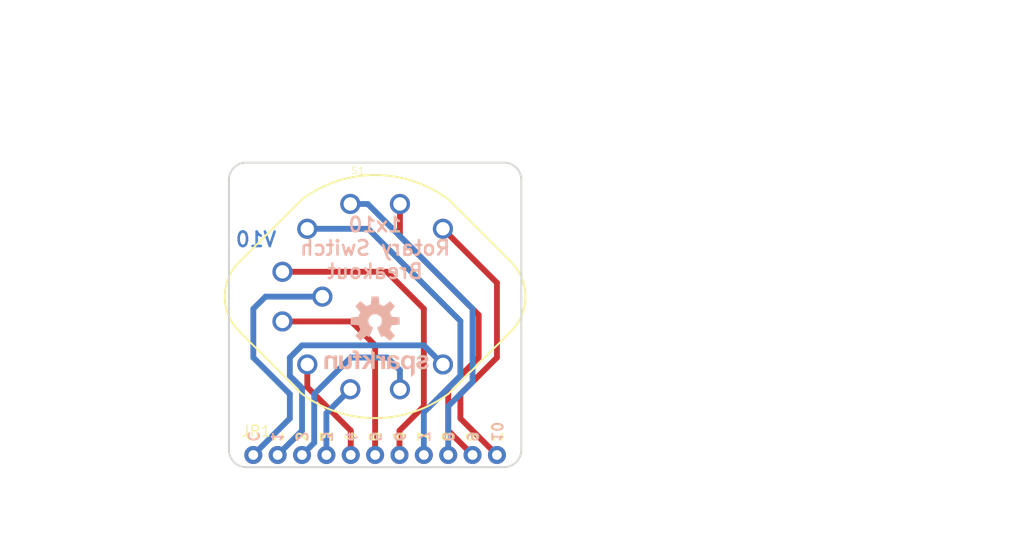
<source format=kicad_pcb>
(kicad_pcb (version 20211014) (generator pcbnew)
  (layers (0 "F.Cu" signal) (31 "B.Cu" signal) (34 "B.Paste" user) (35 "F.Paste" user) (36 "B.SilkS" user "B.Silkscreen") (37 "F.SilkS" user "F.Silkscreen") (38 "B.Mask" user) (39 "F.Mask" user) (44 "Edge.Cuts" user))
  (net 0 "")
  (net 1 "N$1")
  (net 2 "N$2")
  (net 3 "N$3")
  (net 4 "N$4")
  (net 5 "N$5")
  (net 6 "N$6")
  (net 7 "N$7")
  (net 8 "N$8")
  (net 9 "N$9")
  (net 10 "N$10")
  (net 11 "N$11")
  (footprint "boardEagle:ROTARY_SWITCH_1X10_KIT" (layer "F.Cu") (at 148.5011 103.0986 -90)
    (fp_text reference "S1" (at -12.7 2.54) (layer "F.SilkS") (effects (font (size 0.747776 0.747776) (thickness 0.065024)) (justify left bottom)))
    (fp_text value "1x10")
    (fp_line (start 10.16 -7.62) (end 10.520115 -7.079828) (layer "F.SilkS") (width 0.2032))
    (fp_line (start -10.16 -7.62) (end -10.543537 -7.044693) (layer "F.SilkS") (width 0.2032))
    (fp_line (start -10.543537 7.044693) (end -10.16 7.62) (layer "F.SilkS") (width 0.2032))
    (fp_line (start -10.16 -7.62) (end -3.592103 -14.187896) (layer "F.SilkS") (width 0.2032))
    (fp_line (start -3.592103 14.187896) (end -10.16 7.62) (layer "F.SilkS") (width 0.2032))
    (fp_line (start 10.520115 7.079828) (end 10.16 7.62) (layer "F.SilkS") (width 0.2032))
    (fp_line (start 10.16 7.62) (end 3.592103 14.187896) (layer "F.SilkS") (width 0.2032))
    (fp_line (start 3.592103 -14.187896) (end 10.16 -7.62) (layer "F.SilkS") (width 0.2032))
    (fp_arc (start -10.543537 7.044693) (mid -12.676499 0) (end -10.543537 -7.044693) (layer "F.SilkS") (width 0.2032))
    (fp_arc (start 10.520115 -7.079828) (mid 12.663715 0) (end 10.520115 7.079828) (layer "F.SilkS") (width 0.2032))
    (fp_arc (start -3.592103 -14.187896) (mid 0 -15.675794) (end 3.592103 -14.187896) (layer "F.SilkS") (width 0.2032))
    (fp_arc (start 3.592103 14.187896) (mid 0 15.675794) (end -3.592103 14.187896) (layer "F.SilkS") (width 0.2032))
    (pad "1" thru_hole circle (at 7.071068 -7.071068 270) (size 2.1 2.1) (drill 1.4) (layers *.Cu) (net 2 "N$2"))
    (pad "2" thru_hole circle (at 9.659259 -2.58819 270) (size 2.1 2.1) (drill 1.4) (layers *.Cu) (net 3 "N$3"))
    (pad "3" thru_hole circle (at 9.659259 2.58819 270) (size 2.1 2.1) (drill 1.4) (layers *.Cu) (net 4 "N$4"))
    (pad "4" thru_hole circle (at 7.071068 7.071068 270) (size 2.1 2.1) (drill 1.4) (layers *.Cu) (net 5 "N$5"))
    (pad "5" thru_hole circle (at 2.58819 9.659259 270) (size 2.1 2.1) (drill 1.4) (layers *.Cu) (net 6 "N$6"))
    (pad "6" thru_hole circle (at -2.58819 9.659259 270) (size 2.1 2.1) (drill 1.4) (layers *.Cu) (net 7 "N$7"))
    (pad "7" thru_hole circle (at -7.071068 7.071068 270) (size 2.1 2.1) (drill 1.4) (layers *.Cu) (net 8 "N$8"))
    (pad "8" thru_hole circle (at -9.659259 2.58819 270) (size 2.1 2.1) (drill 1.4) (layers *.Cu) (net 9 "N$9"))
    (pad "9" thru_hole circle (at -9.659259 -2.58819 270) (size 2.1 2.1) (drill 1.4) (layers *.Cu) (net 10 "N$10"))
    (pad "10" thru_hole circle (at -7.071068 -7.071068 270) (size 2.1 2.1) (drill 1.4) (layers *.Cu) (net 11 "N$11"))
    (pad "COMMON" thru_hole circle (at 0 5.5 270) (size 2.1 2.1) (drill 1.4) (layers *.Cu) (net 1 "N$1"))
  )
  (footprint "boardEagle:1X11_NO_SILK" (layer "F.Cu") (at 135.8011 119.6086)
    (fp_text reference "JP1" (at -1.3462 -1.8288) (layer "F.SilkS") (effects (font (size 1.143 1.143) (thickness 0.127)) (justify left bottom)))
    (fp_text value "M111X11_NO_SILK")
    (pad "1" thru_hole circle (at 0 0 90) (size 1.8796 1.8796) (drill 1.016) (layers *.Cu *.Mask) (net 1 "N$1"))
    (pad "2" thru_hole circle (at 2.54 0 90) (size 1.8796 1.8796) (drill 1.016) (layers *.Cu *.Mask) (net 2 "N$2"))
    (pad "3" thru_hole circle (at 5.08 0 90) (size 1.8796 1.8796) (drill 1.016) (layers *.Cu *.Mask) (net 3 "N$3"))
    (pad "4" thru_hole circle (at 7.62 0 90) (size 1.8796 1.8796) (drill 1.016) (layers *.Cu *.Mask) (net 4 "N$4"))
    (pad "5" thru_hole circle (at 10.16 0 90) (size 1.8796 1.8796) (drill 1.016) (layers *.Cu *.Mask) (net 5 "N$5"))
    (pad "6" thru_hole circle (at 12.7 0 90) (size 1.8796 1.8796) (drill 1.016) (layers *.Cu *.Mask) (net 6 "N$6"))
    (pad "7" thru_hole circle (at 15.24 0 90) (size 1.8796 1.8796) (drill 1.016) (layers *.Cu *.Mask) (net 7 "N$7"))
    (pad "8" thru_hole circle (at 17.78 0 90) (size 1.8796 1.8796) (drill 1.016) (layers *.Cu *.Mask) (net 8 "N$8"))
    (pad "9" thru_hole circle (at 20.32 0 90) (size 1.8796 1.8796) (drill 1.016) (layers *.Cu *.Mask) (net 9 "N$9"))
    (pad "10" thru_hole circle (at 22.86 0 90) (size 1.8796 1.8796) (drill 1.016) (layers *.Cu *.Mask) (net 10 "N$10"))
    (pad "11" thru_hole circle (at 25.4 0 90) (size 1.8796 1.8796) (drill 1.016) (layers *.Cu *.Mask) (net 11 "N$11"))
  )
  (footprint "boardEagle:STAND-OFF" (layer "F.Cu") (at 135.8011 114.5286)
    (fp_text reference "STANDOFF3" hide)
    (fp_text value "STAND-OFF" hide)
    (pad "" np_thru_hole circle (at 0 0) (size 3.302 3.302) (drill 3.302) (layers *.Cu *.Mask))
  )
  (footprint "boardEagle:STAND-OFF" (layer "F.Cu") (at 161.2011 114.5286)
    (fp_text reference "STANDOFF4" hide)
    (fp_text value "STAND-OFF" hide)
    (pad "" np_thru_hole circle (at 0 0) (size 3.302 3.302) (drill 3.302) (layers *.Cu *.Mask))
  )
  (footprint "boardEagle:STAND-OFF" (layer "F.Cu") (at 135.8011 91.6686)
    (fp_text reference "STANDOFF1" hide)
    (fp_text value "STAND-OFF" hide)
    (pad "" np_thru_hole circle (at 0 0) (size 3.302 3.302) (drill 3.302) (layers *.Cu *.Mask))
  )
  (footprint "boardEagle:CREATIVE_COMMONS" (layer "F.Cu") (at 133.2611 128.4986)
    (fp_text reference "FRAME1" hide)
    (fp_text value "FRAME-LETTER" hide)
  )
  (footprint "boardEagle:STAND-OFF" (layer "F.Cu") (at 161.2011 91.6686)
    (fp_text reference "STANDOFF2" hide)
    (fp_text value "STAND-OFF" hide)
    (pad "" np_thru_hole circle (at 0 0) (size 3.302 3.302) (drill 3.302) (layers *.Cu *.Mask))
  )
  (footprint "boardEagle:SFE_LOGO_NAME_.1" (layer "B.Cu") (at 154.5971 111.9886 180)
    (fp_text reference "LOGO3" hide)
    (fp_text value "SFE_LOGO_NAME.1_INCH" hide)
    (fp_poly (pts (xy 4.39 2.78) (xy 4.44 2.78) (xy 4.49 2.77) (xy 4.55 2.75) (xy 4.59 2.74) (xy 4.64 2.72) (xy 4.68 2.7) (xy 4.72 2.67) (xy 4.79 2.6) (xy 4.81 2.55) (xy 4.83 2.51) (xy 4.85 2.39) (xy 4.85 1.49) (xy 4.86 1.47) (xy 4.86 1.43) (xy 4.87 1.41) (xy 4.87 1.4) (xy 4.88 1.38) (xy 4.88 1.37) (xy 4.89 1.35) (xy 4.89 1.34) (xy 4.5 1.34) (xy 4.5 1.36) (xy 4.49 1.37) (xy 4.49 1.38) (xy 4.48 1.39) (xy 4.48 1.45) (xy 4.47 1.46) (xy 4.47 1.48) (xy 4.45 1.46) (xy 4.43 1.43) (xy 4.4 1.41) (xy 4.37 1.4) (xy 4.34 1.38) (xy 4.32 1.37) (xy 4.29 1.35) (xy 4.26 1.34) (xy 4.22 1.33) (xy 4.19 1.32) (xy 4.16 1.32) (xy 4.13 1.31) (xy 4.06 1.31) (xy 4.03 1.3) (xy 3.95 1.3) (xy 3.9 1.31) (xy 3.85 1.31) (xy 3.81 1.33) (xy 3.77 1.34) (xy 3.69 1.38) (xy 3.66 1.4) (xy 3.6 1.46) (xy 3.57 1.5) (xy 3.55 1.54) (xy 3.53 1.62) (xy 3.52 1.67) (xy 3.52 1.72) (xy 3.53 1.83) (xy 3.56 1.92) (xy 3.61 1.99) (xy 3.67 2.05) (xy 3.74 2.09) (xy 3.82 2.12) (xy 3.91 2.14) (xy 3.99 2.15) (xy 4.07 1.94) (xy 3.97 1.89) (xy 3.93 1.85) (xy 3.91 1.81) (xy 3.91 1.77) (xy 3.9 1.74) (xy 3.91 1.72) (xy 3.91 1.7) (xy 3.92 1.67) (xy 3.92 1.66) (xy 3.93 1.64) (xy 3.96 1.61) (xy 3.98 1.6) (xy 3.99 1.59) (xy 4.01 1.58) (xy 4.03 1.58) (xy 4.05 1.57) (xy 4.2 1.57) (xy 4.32 1.6) (xy 4.35 1.62) (xy 4.4 1.67) (xy 4.41 1.7) (xy 4.43 1.72) (xy 4.44 1.75) (xy 4.44 1.78) (xy 4.45 1.8) (xy 4.45 1.83) (xy 4.46 1.85) (xy 4.46 2.04) (xy 4.44 2.03) (xy 4.43 2.02) (xy 4.41 2.01) (xy 4.4 2) (xy 4.38 2) (xy 4.34 1.98) (xy 4.29 1.98) (xy 4.25 2.19) (xy 4.32 2.2) (xy 4.38 2.22) (xy 4.42 2.25) (xy 4.45 2.29) (xy 4.46 2.34) (xy 4.46 2.37) (xy 4.45 2.4) (xy 4.45 2.42) (xy 4.43 2.46) (xy 4.4 2.49) (xy 4.34 2.52) (xy 4.32 2.52) (xy 4.3 2.53) (xy 4.23 2.53) (xy 4.21 2.54) (xy 4.18 2.53) (xy 4.13 2.53) (xy 4.1 2.52) (xy 4.08 2.52) (xy 4.04 2.5) (xy 3.98 2.44) (xy 3.96 2.4) (xy 3.96 2.37) (xy 3.95 2.35) (xy 3.95 2.32) (xy 3.56 2.32) (xy 3.57 2.39) (xy 3.58 2.44) (xy 3.6 2.5) (xy 3.63 2.55) (xy 3.66 2.59) (xy 3.7 2.63) (xy 3.78 2.69) (xy 3.83 2.72) (xy 3.93 2.76) (xy 4.11 2.79) (xy 4.33 2.79)) (layer "B.SilkS") (width 0) (fill solid))
    (fp_poly (pts (xy 4.29 1.98) (xy 4.27 1.97) (xy 4.23 1.97) (xy 4.2 1.96) (xy 4.16 1.96) (xy 4.13 1.95) (xy 4.11 1.95) (xy 4.09 1.94) (xy 4.07 1.94) (xy 3.99 2.15) (xy 4.08 2.17) (xy 4.17 2.18) (xy 4.25 2.19)) (layer "B.SilkS") (width 0) (fill solid))
    (fp_poly (pts (xy 1.37 2.78) (xy 1.47 2.75) (xy 1.56 2.7) (xy 1.64 2.64) (xy 1.71 2.56) (xy 1.75 2.46) (xy 1.77 2.35) (xy 1.4 2.35) (xy 1.39 2.4) (xy 1.38 2.44) (xy 1.32 2.5) (xy 1.28 2.52) (xy 1.24 2.53) (xy 1.19 2.54) (xy 1.1 2.54) (xy 1.07 2.53) (xy 1.03 2.53) (xy 1 2.52) (xy 0.94 2.48) (xy 0.93 2.45) (xy 0.92 2.41) (xy 0.93 2.36) (xy 0.96 2.32) (xy 1 2.29) (xy 1.06 2.27) (xy 1.2 2.23) (xy 1.28 2.22) (xy 1.36 2.2) (xy 1.45 2.18) (xy 1.53 2.15) (xy 1.6 2.12) (xy 1.67 2.08) (xy 1.73 2.03) (xy 1.77 1.97) (xy 1.8 1.89) (xy 1.81 1.8) (xy 1.8 1.67) (xy 1.75 1.57) (xy 1.69 1.48) (xy 1.61 1.42) (xy 1.51 1.37) (xy 1.4 1.33) (xy 1.28 1.31) (xy 1.04 1.31) (xy 0.92 1.33) (xy 0.81 1.37) (xy 0.71 1.42) (xy 0.63 1.48) (xy 0.56 1.57) (xy 0.52 1.68) (xy 0.5 1.8) (xy 0.87 1.8) (xy 0.88 1.74) (xy 0.9 1.7) (xy 0.92 1.65) (xy 0.96 1.62) (xy 1.06 1.58) (xy 1.11 1.57) (xy 1.17 1.56) (xy 1.21 1.57) (xy 1.25 1.57) (xy 1.3 1.59) (xy 1.34 1.6) (xy 1.4 1.66) (xy 1.42 1.7) (xy 1.42 1.75) (xy 1.41 1.79) (xy 1.39 1.82) (xy 1.36 1.85) (xy 1.31 1.88) (xy 1.17 1.92) (xy 1.08 1.94) (xy 0.98 1.96) (xy 0.9 1.99) (xy 0.82 2.01) (xy 0.74 2.04) (xy 0.67 2.08) (xy 0.57 2.18) (xy 0.54 2.26) (xy 0.53 2.34) (xy 0.55 2.47) (xy 0.59 2.57) (xy 0.65 2.64) (xy 0.73 2.7) (xy 0.82 2.75) (xy 0.92 2.78) (xy 1.03 2.79) (xy 1.15 2.8)) (layer "B.SilkS") (width 0) (fill solid))
    (fp_poly (pts (xy 11.01 2.78) (xy 11.13 2.75) (xy 11.22 2.7) (xy 11.28 2.64) (xy 11.33 2.55) (xy 11.37 2.45) (xy 11.38 2.34) (xy 11.39 2.21) (xy 11.39 1.34) (xy 11 1.34) (xy 11 2.22) (xy 10.99 2.29) (xy 10.97 2.35) (xy 10.94 2.4) (xy 10.91 2.44) (xy 10.87 2.47) (xy 10.75 2.49) (xy 10.61 2.47) (xy 10.56 2.44) (xy 10.52 2.39) (xy 10.49 2.34) (xy 10.47 2.27) (xy 10.45 2.18) (xy 10.45 1.34) (xy 10.06 1.34) (xy 10.06 2.58) (xy 10.07 2.76) (xy 10.43 2.76) (xy 10.43 2.56) (xy 10.44 2.56) (xy 10.48 2.62) (xy 10.52 2.67) (xy 10.58 2.71) (xy 10.63 2.74) (xy 10.75 2.78) (xy 10.87 2.8)) (layer "B.SilkS") (width 0) (fill solid))
    (fp_poly (pts (xy 6.51 2.25) (xy 7 2.76) (xy 7.46 2.76) (xy 6.93 2.24) (xy 7.52 1.34) (xy 7.05 1.34) (xy 6.66 1.98) (xy 6.51 1.83) (xy 6.51 1.34) (xy 6.13 1.34) (xy 6.13 3.08) (xy 6.51 3.3)) (layer "B.SilkS") (width 0) (fill solid))
    (fp_poly (pts (xy 8.92 1.88) (xy 8.93 1.81) (xy 8.95 1.75) (xy 8.97 1.7) (xy 9.01 1.66) (xy 9.05 1.63) (xy 9.1 1.62) (xy 9.17 1.61) (xy 9.24 1.62) (xy 9.3 1.63) (xy 9.35 1.66) (xy 9.4 1.71) (xy 9.43 1.76) (xy 9.45 1.83) (xy 9.46 1.92) (xy 9.47 2.02) (xy 9.47 2.76) (xy 9.85 2.76) (xy 9.85 1.34) (xy 9.48 1.34) (xy 9.48 1.54) (xy 9.44 1.48) (xy 9.39 1.44) (xy 9.34 1.39) (xy 9.29 1.36) (xy 9.17 1.32) (xy 9.11 1.31) (xy 9.04 1.3) (xy 8.9 1.32) (xy 8.79 1.35) (xy 8.7 1.4) (xy 8.63 1.46) (xy 8.58 1.55) (xy 8.55 1.65) (xy 8.53 1.76) (xy 8.53 2.76) (xy 8.92 2.76)) (layer "B.SilkS") (width 0) (fill solid))
    (fp_poly (pts (xy 3.4 2.04) (xy 3.39 1.9) (xy 3.37 1.76) (xy 3.32 1.64) (xy 2.98 1.8) (xy 3 1.88) (xy 3.01 1.96) (xy 3.02 2.05)) (layer "B.SilkS") (width 0) (fill solid))
    (fp_poly (pts (xy 5.97 2.78) (xy 5.97 2.42) (xy 5.96 2.42) (xy 5.94 2.43) (xy 5.83 2.43) (xy 5.73 2.42) (xy 5.65 2.4) (xy 5.59 2.36) (xy 5.53 2.3) (xy 5.47 2.16) (xy 5.45 2.07) (xy 5.45 1.34) (xy 5.06 1.34) (xy 5.06 2.69) (xy 5.16 2.71) (xy 5.2 2.72) (xy 5.25 2.72) (xy 5.3 2.73) (xy 5.34 2.74) (xy 5.39 2.75) (xy 5.43 2.76) (xy 5.43 2.49) (xy 5.44 2.49) (xy 5.47 2.56) (xy 5.51 2.62) (xy 5.56 2.67) (xy 5.68 2.75) (xy 5.82 2.79) (xy 5.96 2.79)) (layer "B.SilkS") (width 0) (fill solid))
    (fp_poly (pts (xy 8.34 3.29) (xy 8.44 3.29) (xy 8.44 3) (xy 8.26 3) (xy 8.2 2.98) (xy 8.18 2.97) (xy 8.17 2.94) (xy 8.16 2.92) (xy 8.15 2.88) (xy 8.15 2.76) (xy 8.42 2.76) (xy 8.42 2.5) (xy 8.15 2.5) (xy 8.15 1.34) (xy 7.76 1.34) (xy 7.76 2.5) (xy 7.38 2.5) (xy 7.44 2.56) (xy 7.48 2.59) (xy 7.51 2.63) (xy 7.57 2.69) (xy 7.61 2.72) (xy 7.64 2.76) (xy 7.76 2.76) (xy 7.76 2.87) (xy 7.77 2.96) (xy 7.79 3.04) (xy 7.83 3.11) (xy 7.88 3.17) (xy 7.94 3.23) (xy 8.02 3.26) (xy 8.12 3.29) (xy 8.23 3.3) (xy 8.31 3.3)) (layer "B.SilkS") (width 0) (fill solid))
    (fp_poly (pts (xy 2.92 2.78) (xy 3.05 2.73) (xy 3.16 2.66) (xy 3.25 2.57) (xy 3.32 2.45) (xy 3.37 2.32) (xy 3.4 2.18) (xy 3.4 2.04) (xy 3.02 2.05) (xy 3 2.21) (xy 2.97 2.29) (xy 2.94 2.36) (xy 2.89 2.42) (xy 2.83 2.46) (xy 2.76 2.49) (xy 2.68 2.5) (xy 2.59 2.49) (xy 2.52 2.46) (xy 2.46 2.42) (xy 2.41 2.36) (xy 2.38 2.29) (xy 2.34 2.13) (xy 2.34 1.96) (xy 2.38 1.8) (xy 2.46 1.68) (xy 2.52 1.64) (xy 2.59 1.61) (xy 2.68 1.6) (xy 2.77 1.61) (xy 2.84 1.64) (xy 2.9 1.68) (xy 2.98 1.8) (xy 3.32 1.64) (xy 3.25 1.53) (xy 3.16 1.44) (xy 3.06 1.37) (xy 2.93 1.32) (xy 2.78 1.31) (xy 2.72 1.31) (xy 2.66 1.32) (xy 2.54 1.36) (xy 2.49 1.39) (xy 2.44 1.43) (xy 2.4 1.47) (xy 2.36 1.52) (xy 2.36 0.5) (xy 2.31 0.54) (xy 2.26 0.59) (xy 2.16 0.67) (xy 2.07 0.76) (xy 2.02 0.8) (xy 1.97 0.85) (xy 1.97 2.69) (xy 2.02 2.7) (xy 2.06 2.71) (xy 2.11 2.72) (xy 2.15 2.72) (xy 2.25 2.74) (xy 2.29 2.75) (xy 2.34 2.76) (xy 2.34 2.58) (xy 2.42 2.68) (xy 2.52 2.74) (xy 2.58 2.77) (xy 2.76 2.8)) (layer "B.SilkS") (width 0) (fill solid))
  )
  (footprint "boardEagle:OSHW-LOGO-M" (layer "B.Cu") (at 148.5011 105.6386 180)
    (fp_text reference "LOGO1" hide)
    (fp_text value "OSHW-LOGOM" hide)
    (fp_poly (pts (xy 0.456253 1.731155) (xy 0.686517 1.657461) (xy 0.90147 1.546765) (xy 1.544319 2.070947) (xy 2.070947 1.544319) (xy 1.546765 0.90147) (xy 1.657461 0.686517) (xy 1.731155 0.456253) (xy 2.5564 0.372471) (xy 2.5564 -0.372471) (xy 1.726849 -0.456691) (xy 1.54403 -0.898116) (xy 2.070947 -1.544319) (xy 1.544319 -2.070947) (xy 0.901485 -1.546777) (xy 0.619704 -1.692011) (xy 0.20689 -0.695413) (xy 0.531536 -0.463602) (xy 0.620727 -0.335903) (xy 0.680465 -0.187343) (xy 0.705181 -0.029147) (xy 0.693603 0.130552) (xy 0.646327 0.283537) (xy 0.56579 0.421919) (xy 0.456131 0.538592) (xy 0.322994 0.627547) (xy 0.173234 0.684204) (xy 0.014564 0.705647) (xy -0.144865 0.690774) (xy -0.296837 0.64035) (xy -0.433527 0.556972) (xy -0.547914 0.444923) (xy -0.634099 0.309982) (xy -0.68765 0.159084) (xy -0.705283 0.004638) (xy -0.626355 -0.324166) (xy -0.536691 -0.458355) (xy -0.414859 -0.570967) (xy -0.204203 -0.688924) (xy -0.618435 -1.688948) (xy -0.821394 -1.594769) (xy -0.90323 -1.5482) (xy -1.544319 -2.070947) (xy -2.070947 -1.544319) (xy -1.54403 -0.898116) (xy -1.726849 -0.456691) (xy -2.5564 -0.372471) (xy -2.5564 0.372471) (xy -1.726849 0.456691) (xy -1.54403 0.898116) (xy -2.070947 1.544319) (xy -1.544319 2.070947) (xy -0.90147 1.546765) (xy -0.686517 1.657461) (xy -0.456253 1.731155) (xy -0.372471 2.5564) (xy 0.372471 2.5564)) (layer "B.SilkS") (width 0) (fill solid))
  )
  (gr_line (start 163.7411 119.08255) (end 163.7411 90.92465) (layer "Edge.Cuts") (width 0.2032))
  (gr_line (start 161.94505 89.1286) (end 135.05715 89.1286) (layer "Edge.Cuts") (width 0.2032))
  (gr_arc (start 133.2611 90.92465) (mid 133.787151 89.654651) (end 135.05715 89.1286) (layer "Edge.Cuts") (width 0.2032))
  (gr_arc (start 135.05715 120.8786) (mid 133.787151 120.352549) (end 133.2611 119.08255) (layer "Edge.Cuts") (width 0.2032))
  (gr_arc (start 161.94505 89.1286) (mid 163.215049 89.654651) (end 163.7411 90.92465) (layer "Edge.Cuts") (width 0.2032))
  (gr_line (start 135.05715 120.8786) (end 161.94505 120.8786) (layer "Edge.Cuts") (width 0.2032))
  (gr_line (start 133.2611 119.08255) (end 133.2611 90.92465) (layer "Edge.Cuts") (width 0.2032))
  (gr_arc (start 163.7411 119.08255) (mid 163.215049 120.352549) (end 161.94505 120.8786) (layer "Edge.Cuts") (width 0.2032))
  (gr_text "V10" (at 138.3411 98.0186) (layer "B.Cu") (effects (font (size 1.5113 1.5113) (thickness 0.2667)) (justify left bottom mirror)))
  (gr_text "5" (at 148.5011 118.3386 -90) (layer "B.SilkS") (effects (font (size 1.0795 1.0795) (thickness 0.1905)) (justify left mirror)))
  (gr_text "6" (at 151.0411 118.3386 -90) (layer "B.SilkS") (effects (font (size 1.0795 1.0795) (thickness 0.1905)) (justify left mirror)))
  (gr_text "8" (at 156.1211 118.3386 -90) (layer "B.SilkS") (effects (font (size 1.0795 1.0795) (thickness 0.1905)) (justify left mirror)))
  (gr_text "1x10\nRotary Switch\nBreakout" (at 148.5011 94.7166) (layer "B.SilkS") (effects (font (size 1.5113 1.5113) (thickness 0.2667)) (justify top mirror)))
  (gr_text "9" (at 158.6611 118.3386 -90) (layer "B.SilkS") (effects (font (size 1.0795 1.0795) (thickness 0.1905)) (justify left mirror)))
  (gr_text "4" (at 145.9611 118.3386 -90) (layer "B.SilkS") (effects (font (size 1.0795 1.0795) (thickness 0.1905)) (justify left mirror)))
  (gr_text "C" (at 135.8011 118.3386 -90) (layer "B.SilkS") (effects (font (size 1.0795 1.0795) (thickness 0.1905)) (justify left mirror)))
  (gr_text "3" (at 143.4211 118.3386 -90) (layer "B.SilkS") (effects (font (size 1.0795 1.0795) (thickness 0.1905)) (justify left mirror)))
  (gr_text "10" (at 161.2011 118.3386 -90) (layer "B.SilkS") (effects (font (size 1.0795 1.0795) (thickness 0.1905)) (justify left mirror)))
  (gr_text "2" (at 140.8811 118.3386 -90) (layer "B.SilkS") (effects (font (size 1.0795 1.0795) (thickness 0.1905)) (justify left mirror)))
  (gr_text "1" (at 138.3411 118.3386 -90) (layer "B.SilkS") (effects (font (size 1.0795 1.0795) (thickness 0.1905)) (justify left mirror)))
  (gr_text "7" (at 153.5811 118.3386 -90) (layer "B.SilkS") (effects (font (size 1.0795 1.0795) (thickness 0.1905)) (justify left mirror)))
  (gr_text "8" (at 156.1211 118.3386 90) (layer "F.SilkS") (effects (font (size 1.0795 1.0795) (thickness 0.1905)) (justify left)))
  (gr_text "5" (at 148.5011 118.3386 90) (layer "F.SilkS") (effects (font (size 1.0795 1.0795) (thickness 0.1905)) (justify left)))
  (gr_text "1" (at 138.3411 118.3386 90) (layer "F.SilkS") (effects (font (size 1.0795 1.0795) (thickness 0.1905)) (justify left)))
  (gr_text "4" (at 145.9611 118.3386 90) (layer "F.SilkS") (effects (font (size 1.0795 1.0795) (thickness 0.1905)) (justify left)))
  (gr_text "7" (at 153.5811 118.3386 90) (layer "F.SilkS") (effects (font (size 1.0795 1.0795) (thickness 0.1905)) (justify left)))
  (gr_text "9" (at 158.6611 118.3386 90) (layer "F.SilkS") (effects (font (size 1.0795 1.0795) (thickness 0.1905)) (justify left)))
  (gr_text "10" (at 161.2011 118.3386 90) (layer "F.SilkS") (effects (font (size 1.0795 1.0795) (thickness 0.1905)) (justify left)))
  (gr_text "2" (at 140.8811 118.3386 90) (layer "F.SilkS") (effects (font (size 1.0795 1.0795) (thickness 0.1905)) (justify left)))
  (gr_text "C" (at 135.8011 118.3386 90) (layer "F.SilkS") (effects (font (size 1.0795 1.0795) (thickness 0.1905)) (justify left)))
  (gr_text "6" (at 151.0411 118.3386 90) (layer "F.SilkS") (effects (font (size 1.0795 1.0795) (thickness 0.1905)) (justify left)))
  (gr_text "3" (at 143.4211 118.3386 90) (layer "F.SilkS") (effects (font (size 1.0795 1.0795) (thickness 0.1905)) (justify left)))
  (segment (start 135.8011 109.4486) (end 135.8011 104.3686) (width 0.6096) (layer "B.Cu") (net 1))
  (segment (start 139.6111 113.2586) (end 135.8011 109.4486) (width 0.6096) (layer "B.Cu") (net 1))
  (segment (start 135.8011 119.6086) (end 139.6111 115.7986) (width 0.6096) (layer "B.Cu") (net 1))
  (segment (start 135.8011 104.3686) (end 137.0711 103.0986) (width 0.6096) (layer "B.Cu") (net 1))
  (segment (start 137.0711 103.0986) (end 143.0011 103.0986) (width 0.6096) (layer "B.Cu") (net 1))
  (segment (start 139.6111 115.7986) (end 139.6111 113.2586) (width 0.6096) (layer "B.Cu") (net 1))
  (segment (start 140.8811 108.1786) (end 153.5811 108.1786) (width 0.6096) (layer "B.Cu") (net 2))
  (segment (start 139.6111 111.3536) (end 139.6111 109.4486) (width 0.6096) (layer "B.Cu") (net 2))
  (segment (start 139.6111 109.4486) (end 140.8811 108.1786) (width 0.6096) (layer "B.Cu") (net 2))
  (segment (start 140.8811 112.6236) (end 139.6111 111.3536) (width 0.6096) (layer "B.Cu") (net 2))
  (segment (start 140.8811 117.0686) (end 140.8811 112.6236) (width 0.6096) (layer "B.Cu") (net 2))
  (segment (start 155.572168 110.169669) (end 153.5811 108.1786) (width 0.6096) (layer "B.Cu") (net 2))
  (segment (start 138.3411 119.6086) (end 140.8811 117.0686) (width 0.6096) (layer "B.Cu") (net 2))
  (segment (start 142.1511 118.3386) (end 142.1511 113.2586) (width 0.6096) (layer "B.Cu") (net 3))
  (segment (start 151.08929 112.75786) (end 151.08929 110.766791) (width 0.6096) (layer "B.Cu") (net 3))
  (segment (start 140.8811 119.6086) (end 142.1511 118.3386) (width 0.6096) (layer "B.Cu") (net 3))
  (segment (start 151.08929 110.766791) (end 149.7711 109.4486) (width 0.6096) (layer "B.Cu") (net 3))
  (segment (start 142.1511 113.2586) (end 145.9611 109.4486) (width 0.6096) (layer "B.Cu") (net 3))
  (segment (start 145.9611 109.4486) (end 149.7711 109.4486) (width 0.6096) (layer "B.Cu") (net 3))
  (segment (start 143.4211 119.6086) (end 143.4211 115.249669) (width 0.6096) (layer "B.Cu") (net 4))
  (segment (start 145.912909 112.75786) (end 143.4211 115.249669) (width 0.6096) (layer "B.Cu") (net 4))
  (segment (start 145.9611 117.0686) (end 141.430031 112.537532) (width 0.6096) (layer "F.Cu") (net 5))
  (segment (start 145.9611 119.6086) (end 145.9611 117.0686) (width 0.6096) (layer "F.Cu") (net 5))
  (segment (start 141.430031 110.169669) (end 141.430031 112.537532) (width 0.6096) (layer "F.Cu") (net 5))
  (segment (start 146.00929 105.686791) (end 148.5011 108.1786) (width 0.6096) (layer "F.Cu") (net 6))
  (segment (start 148.5011 108.1786) (end 148.5011 119.6086) (width 0.6096) (layer "F.Cu") (net 6))
  (segment (start 138.84184 105.686791) (end 146.00929 105.686791) (width 0.6096) (layer "F.Cu") (net 6))
  (segment (start 153.5811 114.5286) (end 153.5811 104.3686) (width 0.6096) (layer "F.Cu") (net 7))
  (segment (start 151.0411 117.0686) (end 153.5811 114.5286) (width 0.6096) (layer "F.Cu") (net 7))
  (segment (start 138.84184 100.51041) (end 149.722909 100.51041) (width 0.6096) (layer "F.Cu") (net 7))
  (segment (start 153.5811 104.3686) (end 149.722909 100.51041) (width 0.6096) (layer "F.Cu") (net 7))
  (segment (start 151.0411 119.6086) (end 151.0411 117.0686) (width 0.6096) (layer "F.Cu") (net 7))
  (segment (start 147.780031 96.027532) (end 157.3911 105.6386) (width 0.6096) (layer "B.Cu") (net 8))
  (segment (start 157.3911 105.6386) (end 157.3911 111.3536) (width 0.6096) (layer "B.Cu") (net 8))
  (segment (start 141.430031 96.027532) (end 147.780031 96.027532) (width 0.6096) (layer "B.Cu") (net 8))
  (segment (start 153.5811 115.1636) (end 153.5811 119.6086) (width 0.6096) (layer "B.Cu") (net 8))
  (segment (start 157.3911 111.3536) (end 153.5811 115.1636) (width 0.6096) (layer "B.Cu") (net 8))
  (segment (start 156.1211 119.6086) (end 156.1211 114.5286) (width 0.6096) (layer "B.Cu") (net 9))
  (segment (start 147.73184 93.439341) (end 158.6611 104.3686) (width 0.6096) (layer "B.Cu") (net 9))
  (segment (start 158.6611 111.9886) (end 158.6611 104.3686) (width 0.6096) (layer "B.Cu") (net 9))
  (segment (start 145.912909 93.439341) (end 147.73184 93.439341) (width 0.6096) (layer "B.Cu") (net 9))
  (segment (start 156.1211 114.5286) (end 158.6611 111.9886) (width 0.6096) (layer "B.Cu") (net 9))
  (segment (start 158.6611 119.6086) (end 156.1211 117.0686) (width 0.6096) (layer "F.Cu") (net 10))
  (segment (start 151.08929 96.796791) (end 159.2961 105.0036) (width 0.6096) (layer "F.Cu") (net 10))
  (segment (start 159.2961 109.4486) (end 159.2961 105.0036) (width 0.6096) (layer "F.Cu") (net 10))
  (segment (start 156.1211 112.6236) (end 159.2961 109.4486) (width 0.6096) (layer "F.Cu") (net 10))
  (segment (start 156.1211 117.0686) (end 156.1211 112.6236) (width 0.6096) (layer "F.Cu") (net 10))
  (segment (start 151.08929 93.439341) (end 151.08929 96.796791) (width 0.6096) (layer "F.Cu") (net 10))
  (segment (start 157.3911 115.7986) (end 157.3911 113.2586) (width 0.6096) (layer "F.Cu") (net 11))
  (segment (start 161.2011 119.6086) (end 157.3911 115.7986) (width 0.6096) (layer "F.Cu") (net 11))
  (segment (start 155.572168 96.027532) (end 161.2011 101.656463) (width 0.6096) (layer "F.Cu") (net 11))
  (segment (start 161.2011 109.4486) (end 161.2011 101.656463) (width 0.6096) (layer "F.Cu") (net 11))
  (segment (start 157.3911 113.2586) (end 161.2011 109.4486) (width 0.6096) (layer "F.Cu") (net 11))
)
</source>
